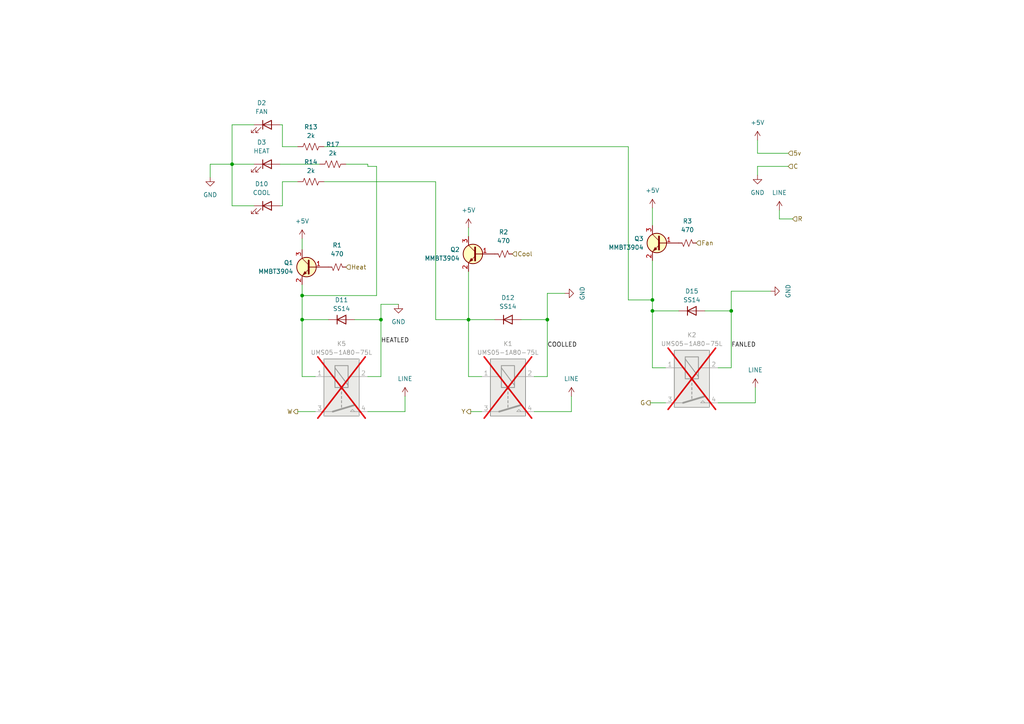
<source format=kicad_sch>
(kicad_sch (version 20231120) (generator "eeschema") (generator_version "8.0")
  (paper "A4")
  (lib_symbols
    (symbol "Device:LED" (pin_numbers hide) (pin_names (offset 1.016) hide)
      (property "Reference" "D" (at 0 2.54 0))
      (property "Value" "LED" (at 0 -2.54 0))
      (symbol "LED_0_1"
        (polyline (pts (xy -1.27 -1.27) (xy -1.27 1.27)) (stroke (width 0.254)))
        (polyline (pts (xy -1.27 0) (xy 1.27 0)))
        (polyline (pts (xy 1.27 -1.27) (xy 1.27 1.27) (xy -1.27 0) (xy 1.27 -1.27)) (stroke (width 0.254)))
        (polyline (pts (xy -3.048 -0.762) (xy -4.572 -2.286) (xy -3.81 -2.286) (xy -4.572 -2.286) (xy -4.572 -1.524)))
        (polyline (pts (xy -1.778 -0.762) (xy -3.302 -2.286) (xy -2.54 -2.286) (xy -3.302 -2.286) (xy -3.302 -1.524)))
      )
      (symbol "LED_1_1"
        (pin passive line (at -3.81 0 0) (length 2.54) (name "K") (number "1"))
        (pin passive line (at 3.81 0 180) (length 2.54) (name "A") (number "2"))
      )
    )
    (symbol "Device:R_Small_US" (pin_numbers hide) (pin_names (offset 0.254) hide)
      (property "Reference" "R" (at 0.762 0.508 0))
      (property "Value" "R_Small_US" (at 0.762 -1.016 0))
      (symbol "R_Small_US_1_1"
        (polyline (pts (xy 0 0) (xy 1.016 -0.381) (xy 0 -0.762) (xy -1.016 -1.143) (xy 0 -1.524)))
        (polyline (pts (xy 0 1.524) (xy 1.016 1.143) (xy 0 0.762) (xy -1.016 0.381) (xy 0 0)))
        (pin passive line (at 0 2.54 270) (length 1.016) (name "~") (number "1"))
        (pin passive line (at 0 -2.54 90) (length 1.016) (name "~") (number "2"))
      )
    )
    (symbol "Device:R_US" (pin_numbers hide) (pin_names (offset 0))
      (property "Reference" "R" (at 2.54 0 90))
      (property "Value" "R_US" (at -2.54 0 90))
      (symbol "R_US_0_1"
        (polyline (pts (xy 0 -2.286) (xy 0 -2.54)))
        (polyline (pts (xy 0 2.286) (xy 0 2.54)))
        (polyline (pts (xy 0 -0.762) (xy 1.016 -1.143) (xy 0 -1.524) (xy -1.016 -1.905) (xy 0 -2.286)))
        (polyline (pts (xy 0 0.762) (xy 1.016 0.381) (xy 0 0) (xy -1.016 -0.381) (xy 0 -0.762)))
        (polyline (pts (xy 0 2.286) (xy 1.016 1.905) (xy 0 1.524) (xy -1.016 1.143) (xy 0 0.762)))
      )
      (symbol "R_US_1_1"
        (pin passive line (at 0 3.81 270) (length 1.27) (name "~") (number "1"))
        (pin passive line (at 0 -3.81 90) (length 1.27) (name "~") (number "2"))
      )
    )
    (symbol "Diode:US1A" (pin_numbers hide) (pin_names hide)
      (property "Reference" "D" (at 0 2.54 0))
      (property "Value" "US1A" (at 0 -2.54 0))
      (symbol "US1A_0_1"
        (polyline (pts (xy -1.27 1.27) (xy -1.27 -1.27)) (stroke (width 0.254)))
        (polyline (pts (xy 1.27 0) (xy -1.27 0)))
        (polyline (pts (xy 1.27 1.27) (xy 1.27 -1.27) (xy -1.27 0) (xy 1.27 1.27)) (stroke (width 0.254)))
      )
      (symbol "US1A_1_1"
        (pin passive line (at -3.81 0 0) (length 2.54) (name "K") (number "1"))
        (pin passive line (at 3.81 0 180) (length 2.54) (name "A") (number "2"))
      )
    )
    (symbol "PCM_Transistor_BJT_AKL:MMBT3904" (pin_names hide)
      (property "Reference" "Q" (at 5.08 1.27 0))
      (property "Value" "MMBT3904" (at 5.08 -1.27 0))
      (symbol "MMBT3904_0_1"
        (polyline (pts (xy 0.635 0.635) (xy 2.54 2.54)))
        (polyline (pts (xy 0.635 -0.635) (xy 2.54 -2.54) (xy 2.54 -2.54)))
        (polyline (pts (xy 0.635 1.905) (xy 0.635 -1.905) (xy 0.635 -1.905)) (stroke (width 0.508)))
        (polyline (pts (xy 1.27 -1.778) (xy 1.778 -1.27) (xy 2.286 -2.286) (xy 1.27 -1.778) (xy 1.27 -1.778)) (fill (type outline)))
        (circle (center 1.27 0) (radius 2.8194) (stroke (width 0.254)) (fill (type background)))
      )
      (symbol "MMBT3904_1_1"
        (pin input line (at -5.08 0 0) (length 5.715) (name "B") (number "1"))
        (pin passive line (at 2.54 -5.08 90) (length 2.54) (name "E") (number "2"))
        (pin passive line (at 2.54 5.08 270) (length 2.54) (name "C") (number "3"))
      )
    )
    (symbol "Relay:UMS05-1A80-75L"
      (property "Reference" "K" (at 7.62 3.81 0))
      (property "Value" "UMS05-1A80-75L" (at 7.62 1.27 0))
      (symbol "UMS05-1A80-75L_0_0"
        (polyline (pts (xy 5.08 5.08) (xy 5.08 2.54) (xy 4.445 3.175) (xy 5.08 3.81)))
      )
      (symbol "UMS05-1A80-75L_0_1"
        (rectangle (start -10.16 5.08) (end 6.35 -5.08) (stroke (width 0.254)) (fill (type background)))
        (rectangle (start -8.255 1.905) (end -1.905 -1.905) (stroke (width 0.254)))
        (polyline (pts (xy -7.62 -1.905) (xy -2.54 1.905)) (stroke (width 0.254)))
        (polyline (pts (xy -5.08 -5.08) (xy -5.08 -1.905)))
        (polyline (pts (xy -5.08 5.08) (xy -5.08 1.905)))
        (polyline (pts (xy -1.905 0) (xy -1.27 0)) (stroke (width 0.254)))
        (polyline (pts (xy -0.635 0) (xy 0 0)) (stroke (width 0.254)))
        (polyline (pts (xy 0.635 0) (xy 1.27 0)) (stroke (width 0.254)))
        (polyline (pts (xy 1.905 0) (xy 2.54 0)) (stroke (width 0.254)))
        (polyline (pts (xy 3.175 0) (xy 3.81 0)) (stroke (width 0.254)))
        (polyline (pts (xy 5.08 -2.54) (xy 3.175 3.81)) (stroke (width 0.508)))
        (polyline (pts (xy 5.08 -2.54) (xy 5.08 -5.08)))
      )
      (symbol "UMS05-1A80-75L_1_1"
        (pin passive line (at -5.08 -7.62 90) (length 2.54) (name "~") (number "1"))
        (pin passive line (at -5.08 7.62 270) (length 2.54) (name "~") (number "2"))
        (pin passive line (at 5.08 -7.62 90) (length 2.54) (name "~") (number "3"))
        (pin passive line (at 5.08 7.62 270) (length 2.54) (name "~") (number "4"))
      )
    )
    (symbol "power:+5V" (power) (pin_names (offset 0))
      (property "Value" "+5V" (at 0 3.556 0))
      (symbol "+5V_0_1"
        (polyline (pts (xy -0.762 1.27) (xy 0 2.54)))
        (polyline (pts (xy 0 0) (xy 0 2.54)))
        (polyline (pts (xy 0 2.54) (xy 0.762 1.27)))
      )
      (symbol "+5V_1_1"
        (pin power_in line (at 0 0 90) (length 0) hide (name "+5V") (number "1"))
      )
    )
    (symbol "power:GND" (power) (pin_names (offset 0))
      (property "Value" "GND" (at 0 -3.81 0))
      (symbol "GND_0_1"
        (polyline (pts (xy 0 0) (xy 0 -1.27) (xy 1.27 -1.27) (xy 0 -2.54) (xy -1.27 -1.27) (xy 0 -1.27)))
      )
      (symbol "GND_1_1"
        (pin power_in line (at 0 0 270) (length 0) hide (name "GND") (number "1"))
      )
    )
    (symbol "power:LINE" (power) (pin_names (offset 0))
      (property "Value" "LINE" (at 0 3.81 0))
      (symbol "LINE_0_1"
        (polyline (pts (xy -0.762 1.27) (xy 0 2.54)))
        (polyline (pts (xy 0 0) (xy 0 2.54)))
        (polyline (pts (xy 0 2.54) (xy 0.762 1.27)))
      )
      (symbol "LINE_1_1"
        (pin power_in line (at 0 0 90) (length 0) hide (name "LINE") (number "1"))
      )
    )
  )
  (junction (at 87.63 92.71))
  (junction (at 110.49 92.71))
  (junction (at 189.23 86.995))
  (junction (at 158.75 92.71))
  (junction (at 87.63 85.725))
  (junction (at 135.89 92.71))
  (junction (at 67.31 47.625))
  (junction (at 212.09 90.17))
  (junction (at 189.23 90.17))
  (wire (pts (xy 226.06 60.96) (xy 226.06 63.5)))
  (wire (pts (xy 87.63 92.71) (xy 87.63 109.22)))
  (wire (pts (xy 135.89 109.22) (xy 139.7 109.22)))
  (wire (pts (xy 81.915 36.195) (xy 81.915 42.545)))
  (wire (pts (xy 110.49 88.265) (xy 115.57 88.265)))
  (wire (pts (xy 212.09 84.455) (xy 212.09 90.17)))
  (wire (pts (xy 110.49 88.265) (xy 110.49 92.71)))
  (wire (pts (xy 189.23 60.325) (xy 189.23 65.405)))
  (wire (pts (xy 81.28 59.69) (xy 81.915 59.69)))
  (wire (pts (xy 126.365 52.705) (xy 126.365 92.71)))
  (wire (pts (xy 67.31 47.625) (xy 73.66 47.625)))
  (wire (pts (xy 109.22 48.26) (xy 109.22 85.725)))
  (wire (pts (xy 154.94 119.38) (xy 165.735 119.38)))
  (wire (pts (xy 81.28 47.625) (xy 92.71 47.625)))
  (wire (pts (xy 117.475 114.935) (xy 117.475 119.38)))
  (wire (pts (xy 212.09 90.17) (xy 212.09 106.68)))
  (wire (pts (xy 154.94 109.22) (xy 158.75 109.22)))
  (wire (pts (xy 93.98 42.545) (xy 182.245 42.545)))
  (wire (pts (xy 73.66 36.195) (xy 67.31 36.195)))
  (wire (pts (xy 106.68 109.22) (xy 110.49 109.22)))
  (wire (pts (xy 182.245 86.995) (xy 189.23 86.995)))
  (wire (pts (xy 81.28 36.195) (xy 81.915 36.195)))
  (wire (pts (xy 219.71 44.45) (xy 228.6 44.45)))
  (wire (pts (xy 158.75 85.09) (xy 163.83 85.09)))
  (wire (pts (xy 60.96 47.625) (xy 67.31 47.625)))
  (wire (pts (xy 219.71 48.26) (xy 219.71 50.8)))
  (wire (pts (xy 135.89 78.74) (xy 135.89 92.71)))
  (wire (pts (xy 188.595 116.84) (xy 193.04 116.84)))
  (wire (pts (xy 81.915 52.705) (xy 86.36 52.705)))
  (wire (pts (xy 109.22 85.725) (xy 87.63 85.725)))
  (wire (pts (xy 135.89 66.04) (xy 135.89 68.58)))
  (wire (pts (xy 106.68 48.26) (xy 106.68 47.625)))
  (wire (pts (xy 126.365 92.71) (xy 135.89 92.71)))
  (wire (pts (xy 67.31 36.195) (xy 67.31 47.625)))
  (wire (pts (xy 67.31 59.69) (xy 67.31 47.625)))
  (wire (pts (xy 87.63 109.22) (xy 91.44 109.22)))
  (wire (pts (xy 208.28 116.84) (xy 219.075 116.84)))
  (wire (pts (xy 212.09 84.455) (xy 223.52 84.455)))
  (wire (pts (xy 106.68 48.26) (xy 109.22 48.26)))
  (wire (pts (xy 219.71 40.64) (xy 219.71 44.45)))
  (wire (pts (xy 87.63 85.725) (xy 87.63 92.71)))
  (wire (pts (xy 93.98 52.705) (xy 126.365 52.705)))
  (wire (pts (xy 158.75 85.09) (xy 158.75 92.71)))
  (wire (pts (xy 208.28 106.68) (xy 212.09 106.68)))
  (wire (pts (xy 81.915 59.69) (xy 81.915 52.705)))
  (wire (pts (xy 87.63 82.55) (xy 87.63 85.725)))
  (wire (pts (xy 189.23 86.995) (xy 189.23 90.17)))
  (wire (pts (xy 204.47 90.17) (xy 212.09 90.17)))
  (wire (pts (xy 110.49 92.71) (xy 110.49 109.22)))
  (wire (pts (xy 86.36 119.38) (xy 91.44 119.38)))
  (wire (pts (xy 158.75 92.71) (xy 158.75 109.22)))
  (wire (pts (xy 87.63 92.71) (xy 95.25 92.71)))
  (wire (pts (xy 73.66 59.69) (xy 67.31 59.69)))
  (wire (pts (xy 102.87 92.71) (xy 110.49 92.71)))
  (wire (pts (xy 219.075 116.84) (xy 219.075 112.395)))
  (wire (pts (xy 106.68 47.625) (xy 100.33 47.625)))
  (wire (pts (xy 228.6 48.26) (xy 219.71 48.26)))
  (wire (pts (xy 182.245 42.545) (xy 182.245 86.995)))
  (wire (pts (xy 81.915 42.545) (xy 86.36 42.545)))
  (wire (pts (xy 87.63 69.215) (xy 87.63 72.39)))
  (wire (pts (xy 135.89 92.71) (xy 143.51 92.71)))
  (wire (pts (xy 189.23 75.565) (xy 189.23 86.995)))
  (wire (pts (xy 165.735 119.38) (xy 165.735 114.935)))
  (wire (pts (xy 151.13 92.71) (xy 158.75 92.71)))
  (wire (pts (xy 117.475 119.38) (xy 106.68 119.38)))
  (wire (pts (xy 189.23 90.17) (xy 196.85 90.17)))
  (wire (pts (xy 226.06 63.5) (xy 229.87 63.5)))
  (wire (pts (xy 189.23 90.17) (xy 189.23 106.68)))
  (wire (pts (xy 189.23 106.68) (xy 193.04 106.68)))
  (wire (pts (xy 135.89 92.71) (xy 135.89 109.22)))
  (wire (pts (xy 136.525 119.38) (xy 139.7 119.38)))
  (wire (pts (xy 60.96 51.435) (xy 60.96 47.625)))
  (label "FANLED" (at 212.09 100.965 0))
  (label "COOLLED" (at 158.75 100.965 0))
  (label "HEATLED" (at 110.49 99.695 0))
  (hierarchical_label "Heat" (shape input) (at 100.33 77.47 0))
  (hierarchical_label "G" (shape output) (at 188.595 116.84 180))
  (hierarchical_label "R" (shape input) (at 229.87 63.5 0))
  (hierarchical_label "Y" (shape output) (at 136.525 119.38 180))
  (hierarchical_label "5v" (shape input) (at 228.6 44.45 0))
  (hierarchical_label "W" (shape output) (at 86.36 119.38 180))
  (hierarchical_label "Cool" (shape input) (at 148.59 73.66 0))
  (hierarchical_label "C" (shape input) (at 228.6 48.26 0))
  (hierarchical_label "Fan" (shape input) (at 201.93 70.485 0))
  (symbol (lib_id "Device:LED") (at 77.47 47.625 0) (unit 1)
    (property "Reference" "D3" (at 75.8825 41.275 0))
    (property "Value" "HEAT" (at 75.8825 43.815 0))
    (property "Footprint" "LED_SMD:LED_0603_1608Metric_Pad1.05x0.95mm_HandSolder" (effects (hide yes)))
    (property "Description" "RED" (effects (hide yes)))
    (property "LCSC PN" "C2286" (effects (hide yes)))
    (property "MPN" "C2286" (effects (hide yes)))
  )
  (symbol (lib_id "power:LINE") (at 219.075 112.395 0) (unit 1)
    (property "Reference" "#PWR07" (effects (hide yes)))
    (property "Value" "LINE" (at 219.075 107.315 0))
  )
  (symbol (lib_id "power:GND") (at 219.71 50.8 0) (unit 1)
    (property "Reference" "#PWR032" (effects (hide yes)))
    (property "Value" "GND" (at 219.71 55.88 0))
  )
  (symbol (lib_id "Device:R_US") (at 96.52 47.625 90) (unit 1)
    (property "Reference" "R17" (at 96.52 41.91 90))
    (property "Value" "2k" (at 96.52 44.45 90))
    (property "Footprint" "Resistor_SMD:R_0603_1608Metric_Pad0.98x0.95mm_HandSolder" (effects (hide yes)))
    (property "Datasheet" "https://datasheet.lcsc.com/lcsc/2206010216_UNI-ROYAL-Uniroyal-Elec-0805W8F1500T5E_C17471.pdf" (effects (hide yes)))
    (property "LCSC PN" "C17471" (effects (hide yes)))
    (property "LCSC URL" "https://www.lcsc.com/product-detail/Chip-Resistor-Surface-Mount_UNI-ROYAL-Uniroyal-Elec-0805W8F1500T5E_C17471.html" (effects (hide yes)))
    (property "MPN" "C17471" (effects (hide yes)))
  )
  (symbol (lib_id "Diode:US1A") (at 147.32 92.71 0) (unit 1)
    (property "Reference" "D12" (at 147.32 86.36 0))
    (property "Value" "SS14" (at 147.32 88.9 0))
    (property "Footprint" "PCM_Diode_SMD_AKL:D_SMA" (effects (hide yes)))
    (property "Description" "Single 2A 1kV 1.1V@2A SMA Diodes - General Purpose ROHS" (effects (hide yes)))
    (property "Sim.Device" "D" (effects (hide yes)))
    (property "Sim.Pins" "1=K 2=A" (effects (hide yes)))
    (property "LCSC URL" "https://www.lcsc.com/product-detail/Diodes-General-Purpose_YONGYUTAI-S2M_C5119572.html" (effects (hide yes)))
    (property "LCSC PN" "C5119572" (effects (hide yes)))
    (property "MPN" "C2480" (effects (hide yes)))
  )
  (symbol (lib_id "power:GND") (at 163.83 85.09 90) (mirror x) (unit 1)
    (property "Reference" "#PWR06" (effects (hide yes)))
    (property "Value" "GND" (at 168.91 85.09 0))
  )
  (symbol (lib_id "Device:R_Small_US") (at 199.39 70.485 270) (mirror x) (unit 1)
    (property "Reference" "R3" (at 199.39 64.135 90))
    (property "Value" "470" (at 199.39 66.675 90))
    (property "Footprint" "Resistor_SMD:R_0603_1608Metric_Pad0.98x0.95mm_HandSolder" (effects (hide yes)))
    (property "Description" "Resistor, small US symbol" (effects (hide yes)))
    (property "LCSC PN" "C17710" (effects (hide yes)))
    (property "MPN" "C17710" (effects (hide yes)))
  )
  (symbol (lib_id "power:+5V") (at 219.71 40.64 0) (unit 1)
    (property "Reference" "#PWR031" (effects (hide yes)))
    (property "Value" "+5V" (at 219.71 35.56 0))
  )
  (symbol (lib_id "PCM_Transistor_BJT_AKL:MMBT3904") (at 138.43 73.66 0) (mirror y) (unit 1)
    (property "Reference" "Q2" (at 133.35 72.3899 0) (effects (justify left)))
    (property "Value" "MMBT3904" (at 133.35 74.9299 0) (effects (justify left)))
    (property "Footprint" "PCM_Package_TO_SOT_SMD_AKL:SOT-23_BigPads" (effects (hide yes)))
    (property "Description" "NPN SOT-23 transistor, 40V, 200mA, 350mW, Complementary to MMBT3906, Alternate KiCAD Library" (effects (hide yes)))
    (property "LCSC PN" "C20526" (effects (hide yes)))
    (property "MPN" "C20526" (effects (hide yes)))
  )
  (symbol (lib_id "power:+5V") (at 135.89 66.04 0) (unit 1)
    (property "Reference" "#PWR014" (effects (hide yes)))
    (property "Value" "+5V" (at 135.89 60.96 0))
  )
  (symbol (lib_id "power:GND") (at 115.57 88.265 0) (mirror y) (unit 1)
    (property "Reference" "#PWR011" (effects (hide yes)))
    (property "Value" "GND" (at 115.57 93.345 0))
  )
  (symbol (lib_id "Device:R_US") (at 90.17 52.705 90) (unit 1)
    (property "Reference" "R14" (at 90.17 46.99 90))
    (property "Value" "2k" (at 90.17 49.53 90))
    (property "Footprint" "Resistor_SMD:R_0603_1608Metric_Pad0.98x0.95mm_HandSolder" (effects (hide yes)))
    (property "Datasheet" "https://datasheet.lcsc.com/lcsc/2206010216_UNI-ROYAL-Uniroyal-Elec-0805W8F1000T5E_C17408.pdf" (effects (hide yes)))
    (property "LCSC PN" "C17408" (effects (hide yes)))
    (property "LCSC URL" "https://www.lcsc.com/product-detail/Chip-Resistor-Surface-Mount_UNI-ROYAL-Uniroyal-Elec-0805W8F1000T5E_C17408.html" (effects (hide yes)))
    (property "MPN" "C17408" (effects (hide yes)))
  )
  (symbol (lib_id "PCM_Transistor_BJT_AKL:MMBT3904") (at 191.77 70.485 0) (mirror y) (unit 1)
    (property "Reference" "Q3" (at 186.69 69.2149 0) (effects (justify left)))
    (property "Value" "MMBT3904" (at 186.69 71.7549 0) (effects (justify left)))
    (property "Footprint" "PCM_Package_TO_SOT_SMD_AKL:SOT-23_BigPads" (effects (hide yes)))
    (property "Description" "NPN SOT-23 transistor, 40V, 200mA, 350mW, Complementary to MMBT3906, Alternate KiCAD Library" (effects (hide yes)))
    (property "LCSC PN" "C20526" (effects (hide yes)))
    (property "MPN" "C20526" (effects (hide yes)))
  )
  (symbol (lib_id "Device:R_Small_US") (at 97.79 77.47 270) (mirror x) (unit 1)
    (property "Reference" "R1" (at 97.79 71.12 90))
    (property "Value" "470" (at 97.79 73.66 90))
    (property "Footprint" "Resistor_SMD:R_0603_1608Metric_Pad0.98x0.95mm_HandSolder" (effects (hide yes)))
    (property "Description" "Resistor, small US symbol" (effects (hide yes)))
    (property "LCSC PN" "C17710" (effects (hide yes)))
    (property "MPN" "C17710" (effects (hide yes)))
  )
  (symbol (lib_id "Diode:US1A") (at 200.66 90.17 0) (unit 1)
    (property "Reference" "D15" (at 200.66 84.455 0))
    (property "Value" "SS14" (at 200.66 86.995 0))
    (property "Footprint" "PCM_Diode_SMD_AKL:D_SMA" (effects (hide yes)))
    (property "Description" "Single 2A 1kV 1.1V@2A SMA Diodes - General Purpose ROHS" (effects (hide yes)))
    (property "Sim.Device" "D" (effects (hide yes)))
    (property "Sim.Pins" "1=K 2=A" (effects (hide yes)))
    (property "LCSC URL" "https://www.lcsc.com/product-detail/Diodes-General-Purpose_YONGYUTAI-S2M_C5119572.html" (effects (hide yes)))
    (property "LCSC PN" "C5119572" (effects (hide yes)))
    (property "MPN" "C2480" (effects (hide yes)))
  )
  (symbol (lib_id "Relay:UMS05-1A80-75L") (at 200.66 111.76 270) (unit 1) (dnp yes)
    (property "Reference" "K2" (at 200.66 97.155 90))
    (property "Value" "UMS05-1A80-75L" (at 200.66 99.695 90))
    (property "Footprint" "Relay_THT:Relay_SPST_TE_PCN-1xxD3MHZ" (effects (hide yes)))
    (property "Datasheet" "https://datasheet.lcsc.com/lcsc/1811080910_HF-Xiamen-Hongfa-Electroacoustic-HF49FD-005-1H11_C28975.pdf" (effects (hide yes)))
    (property "Description" "  HF49FD/005-1H11" (effects (hide yes)))
    (property "LCSC URL" "https://www.lcsc.com/product-detail/Power-Relays_HF-Xiamen-Hongfa-Electroacoustic-HF49FD-005-1H11_C28975.html" (effects (hide yes)))
    (property "LCSC Part #" "C28975" (effects (hide yes)))
  )
  (symbol (lib_id "power:LINE") (at 165.735 114.935 0) (unit 1)
    (property "Reference" "#PWR05" (effects (hide yes)))
    (property "Value" "LINE" (at 165.735 109.855 0))
  )
  (symbol (lib_id "Device:LED") (at 77.47 36.195 0) (unit 1)
    (property "Reference" "D2" (at 75.8825 29.845 0))
    (property "Value" "FAN" (at 75.8825 32.385 0))
    (property "Footprint" "LED_SMD:LED_0603_1608Metric_Pad1.05x0.95mm_HandSolder" (effects (hide yes)))
    (property "Description" "GREEN" (effects (hide yes)))
    (property "LCSC PN" "C72038" (effects (hide yes)))
    (property "MPN" "C72038" (effects (hide yes)))
  )
  (symbol (lib_id "Device:R_US") (at 90.17 42.545 90) (unit 1)
    (property "Reference" "R13" (at 90.17 36.83 90))
    (property "Value" "2k" (at 90.17 39.37 90))
    (property "Footprint" "Resistor_SMD:R_0603_1608Metric_Pad0.98x0.95mm_HandSolder" (effects (hide yes)))
    (property "Datasheet" "https://datasheet.lcsc.com/lcsc/2206010216_UNI-ROYAL-Uniroyal-Elec-0805W8F1200T5E_C17437.pdf" (effects (hide yes)))
    (property "LCSC PN" "C17437" (effects (hide yes)))
    (property "LCSC URL" "https://www.lcsc.com/product-detail/Chip-Resistor-Surface-Mount_UNI-ROYAL-Uniroyal-Elec-0805W8F1200T5E_C17437.html" (effects (hide yes)))
    (property "MPN" "C17437" (effects (hide yes)))
  )
  (symbol (lib_id "Relay:UMS05-1A80-75L") (at 99.06 114.3 270) (unit 1) (dnp yes)
    (property "Reference" "K5" (at 99.06 99.695 90))
    (property "Value" "UMS05-1A80-75L" (at 99.06 102.235 90))
    (property "Footprint" "Relay_THT:Relay_SPST_TE_PCN-1xxD3MHZ" (effects (hide yes)))
    (property "Datasheet" "https://datasheet.lcsc.com/lcsc/1811080910_HF-Xiamen-Hongfa-Electroacoustic-HF49FD-005-1H11_C28975.pdf" (effects (hide yes)))
    (property "Description" "  HF49FD/005-1H11" (effects (hide yes)))
    (property "LCSC URL" "https://www.lcsc.com/product-detail/Power-Relays_HF-Xiamen-Hongfa-Electroacoustic-HF49FD-005-1H11_C28975.html" (effects (hide yes)))
    (property "LCSC Part #" "C28975" (effects (hide yes)))
  )
  (symbol (lib_id "Diode:US1A") (at 99.06 92.71 0) (unit 1)
    (property "Reference" "D11" (at 99.06 86.995 0))
    (property "Value" "SS14" (at 99.06 89.535 0))
    (property "Footprint" "PCM_Diode_SMD_AKL:D_SMA" (effects (hide yes)))
    (property "Description" "Single 2A 1kV 1.1V@2A SMA Diodes - General Purpose ROHS" (effects (hide yes)))
    (property "Sim.Device" "D" (effects (hide yes)))
    (property "Sim.Pins" "1=K 2=A" (effects (hide yes)))
    (property "LCSC URL" "https://www.lcsc.com/product-detail/Diodes-General-Purpose_YONGYUTAI-S2M_C5119572.html" (effects (hide yes)))
    (property "LCSC PN" "C5119572" (effects (hide yes)))
    (property "MPN" "C2480" (effects (hide yes)))
  )
  (symbol (lib_id "power:GND") (at 223.52 84.455 90) (mirror x) (unit 1)
    (property "Reference" "#PWR024" (effects (hide yes)))
    (property "Value" "GND" (at 228.6 84.455 0))
  )
  (symbol (lib_id "PCM_Transistor_BJT_AKL:MMBT3904") (at 90.17 77.47 0) (mirror y) (unit 1)
    (property "Reference" "Q1" (at 85.09 76.1999 0) (effects (justify left)))
    (property "Value" "MMBT3904" (at 85.09 78.7399 0) (effects (justify left)))
    (property "Footprint" "PCM_Package_TO_SOT_SMD_AKL:SOT-23_BigPads" (effects (hide yes)))
    (property "Description" "NPN SOT-23 transistor, 40V, 200mA, 350mW, Complementary to MMBT3906, Alternate KiCAD Library" (effects (hide yes)))
    (property "LCSC PN" "C20526" (effects (hide yes)))
    (property "MPN" "C20526" (effects (hide yes)))
  )
  (symbol (lib_id "power:LINE") (at 226.06 60.96 0) (unit 1)
    (property "Reference" "#PWR04" (effects (hide yes)))
    (property "Value" "LINE" (at 226.06 55.88 0))
  )
  (symbol (lib_id "Relay:UMS05-1A80-75L") (at 147.32 114.3 270) (unit 1) (dnp yes)
    (property "Reference" "K1" (at 147.32 99.695 90))
    (property "Value" "UMS05-1A80-75L" (at 147.32 102.235 90))
    (property "Footprint" "Relay_THT:Relay_SPST_TE_PCN-1xxD3MHZ" (effects (hide yes)))
    (property "Datasheet" "https://datasheet.lcsc.com/lcsc/1811080910_HF-Xiamen-Hongfa-Electroacoustic-HF49FD-005-1H11_C28975.pdf" (effects (hide yes)))
    (property "Description" "  HF49FD/005-1H11" (effects (hide yes)))
    (property "LCSC URL" "https://www.lcsc.com/product-detail/Power-Relays_HF-Xiamen-Hongfa-Electroacoustic-HF49FD-005-1H11_C28975.html" (effects (hide yes)))
    (property "LCSC Part #" "C28975" (effects (hide yes)))
  )
  (symbol (lib_id "power:GND") (at 60.96 51.435 0) (unit 1)
    (property "Reference" "#PWR021" (effects (hide yes)))
    (property "Value" "GND" (at 60.96 56.515 0))
  )
  (symbol (lib_id "Device:R_Small_US") (at 146.05 73.66 270) (mirror x) (unit 1)
    (property "Reference" "R2" (at 146.05 67.31 90))
    (property "Value" "470" (at 146.05 69.85 90))
    (property "Footprint" "Resistor_SMD:R_0603_1608Metric_Pad0.98x0.95mm_HandSolder" (effects (hide yes)))
    (property "Description" "Resistor, small US symbol" (effects (hide yes)))
    (property "LCSC PN" "C17710" (effects (hide yes)))
    (property "MPN" "C17710" (effects (hide yes)))
  )
  (symbol (lib_id "power:LINE") (at 117.475 114.935 0) (unit 1)
    (property "Reference" "#PWR010" (effects (hide yes)))
    (property "Value" "LINE" (at 117.475 109.855 0))
  )
  (symbol (lib_id "power:+5V") (at 189.23 60.325 0) (unit 1)
    (property "Reference" "#PWR08" (effects (hide yes)))
    (property "Value" "+5V" (at 189.23 55.245 0))
  )
  (symbol (lib_id "Device:LED") (at 77.47 59.69 0) (unit 1)
    (property "Reference" "D10" (at 75.8825 53.34 0))
    (property "Value" "COOL" (at 75.8825 55.88 0))
    (property "Footprint" "LED_SMD:LED_0603_1608Metric_Pad1.05x0.95mm_HandSolder" (effects (hide yes)))
    (property "Datasheet" "  20mA 220mcd 无色透明透镜 464nm~474nm -40℃~+85℃ Positive post Blue 140° 102mW 3.4V 0805 Light Emitting Diodes (LED) ROHS " (effects (hide yes)))
    (property "Description" "BLUE" (effects (hide yes)))
    (property "LCSC URL" "https://www.lcsc.com/product-detail/Light-Emitting-Diodes-span-style-background-color-ff0-LED-span_HONGLITRONIC-Hongli-Zhihui-HONGLITRONIC-HL-PSC-2012H203BC_C497961.html" (effects (hide yes)))
    (property "LCSC PN" "C72038" (effects (hide yes)))
    (property "MPN" "C72038" (effects (hide yes)))
  )
  (symbol (lib_id "power:+5V") (at 87.63 69.215 0) (unit 1)
    (property "Reference" "#PWR018" (effects (hide yes)))
    (property "Value" "+5V" (at 87.63 64.135 0))
  )
)
</source>
